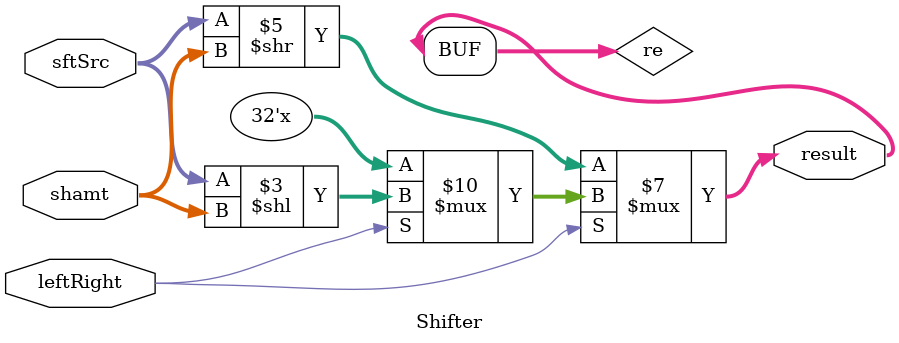
<source format=v>
module Shifter( result, leftRight, shamt, sftSrc  );
    
 	output wire[31:0]	result;
 	input wire		leftRight;
 	input wire[4:0]		shamt;
 	input wire[31:0]	sftSrc ;
  
  /*your code here*/ 
	reg[31:0]	re;

	always @(*) begin
		if (leftRight == 1'b1) begin
			re = sftSrc << shamt;
		end
		if (leftRight == 1'b0) begin
			re = sftSrc >> shamt;
		end
	end

	assign result = re;
	
	
endmodule
</source>
